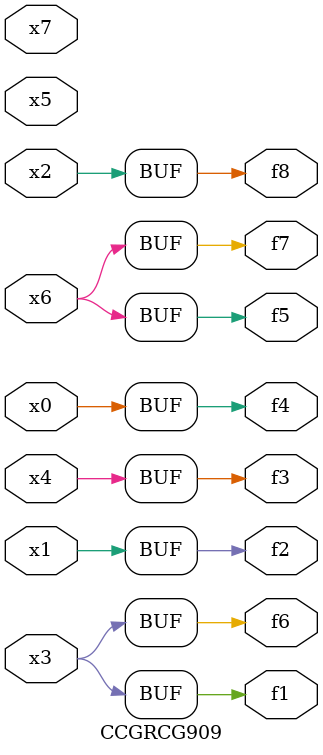
<source format=v>
module CCGRCG909(
	input x0, x1, x2, x3, x4, x5, x6, x7,
	output f1, f2, f3, f4, f5, f6, f7, f8
);
	assign f1 = x3;
	assign f2 = x1;
	assign f3 = x4;
	assign f4 = x0;
	assign f5 = x6;
	assign f6 = x3;
	assign f7 = x6;
	assign f8 = x2;
endmodule

</source>
